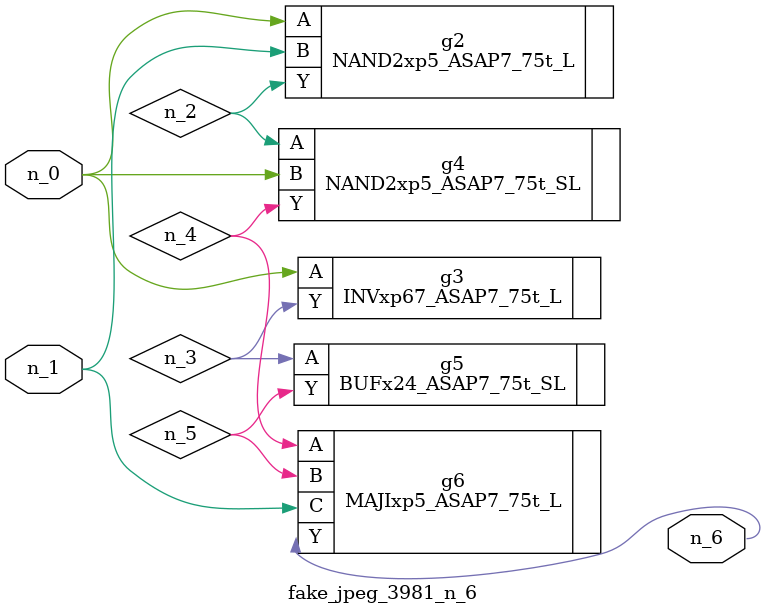
<source format=v>
module fake_jpeg_3981_n_6 (n_0, n_1, n_6);

input n_0;
input n_1;

output n_6;

wire n_2;
wire n_3;
wire n_4;
wire n_5;

NAND2xp5_ASAP7_75t_L g2 ( 
.A(n_0),
.B(n_1),
.Y(n_2)
);

INVxp67_ASAP7_75t_L g3 ( 
.A(n_0),
.Y(n_3)
);

NAND2xp5_ASAP7_75t_SL g4 ( 
.A(n_2),
.B(n_0),
.Y(n_4)
);

MAJIxp5_ASAP7_75t_L g6 ( 
.A(n_4),
.B(n_5),
.C(n_1),
.Y(n_6)
);

BUFx24_ASAP7_75t_SL g5 ( 
.A(n_3),
.Y(n_5)
);


endmodule
</source>
